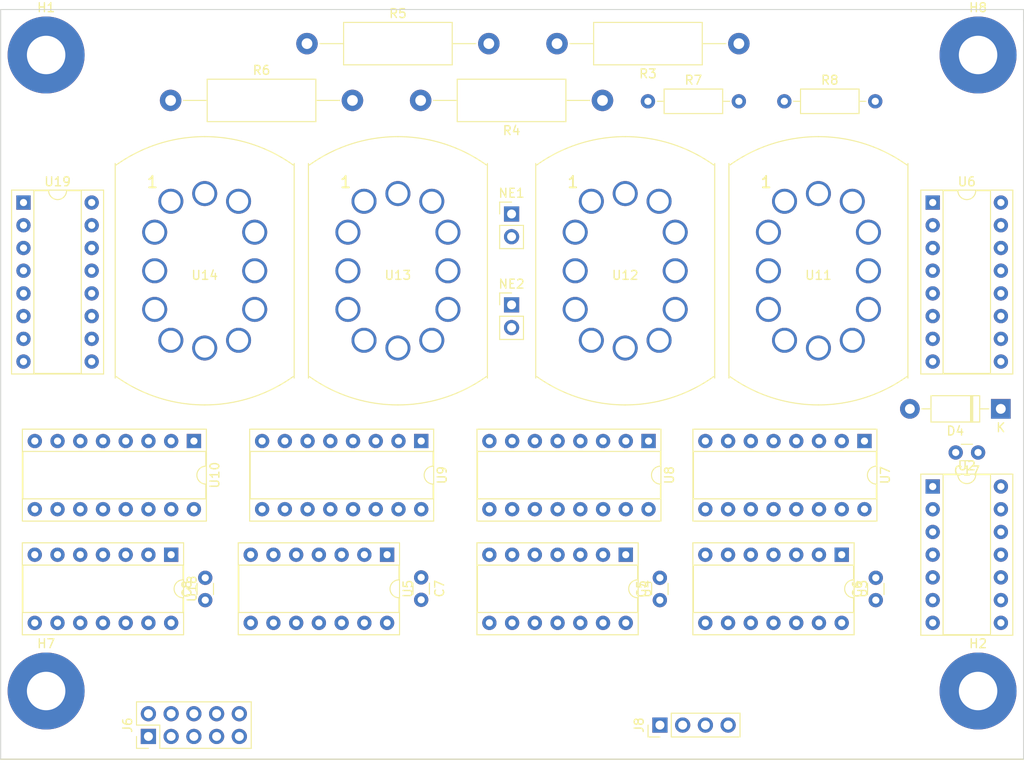
<source format=kicad_pcb>
(kicad_pcb (version 20211014) (generator pcbnew)
  (layers (0 "F.Cu" signal) (31 "B.Cu" signal) (34 "B.Paste" user) (35 "F.Paste" user) (36 "B.SilkS" user "B.Silkscreen") (37 "F.SilkS" user "F.Silkscreen") (38 "B.Mask" user) (39 "F.Mask" user) (44 "Edge.Cuts" user))
  (net 0 "")
  (net 1 "/180V")
  (net 2 "GND")
  (net 3 "VCC")
  (net 4 "Net-(D4-Pad1)")
  (net 5 "/display/NE1")
  (net 6 "Net-(NE1-Pad2)")
  (net 7 "Net-(NE2-Pad2)")
  (net 8 "Net-(R3-Pad1)")
  (net 9 "Net-(R4-Pad1)")
  (net 10 "Net-(R5-Pad1)")
  (net 11 "Net-(R6-Pad1)")
  (net 12 "/display/NE_CTL")
  (net 13 "/display/SR_nRST")
  (net 14 "/display/SR_CLK")
  (net 15 "/display/SR_DATA")
  (net 16 "Net-(U2-Pad3)")
  (net 17 "Net-(U2-Pad4)")
  (net 18 "Net-(U2-Pad5)")
  (net 19 "Net-(U2-Pad6)")
  (net 20 "Net-(U2-Pad10)")
  (net 21 "Net-(U2-Pad11)")
  (net 22 "Net-(U2-Pad12)")
  (net 23 "Net-(U2-Pad13)")
  (net 24 "Net-(U3-Pad3)")
  (net 25 "Net-(U3-Pad4)")
  (net 26 "Net-(U3-Pad5)")
  (net 27 "Net-(U3-Pad6)")
  (net 28 "Net-(U3-Pad10)")
  (net 29 "Net-(U3-Pad11)")
  (net 30 "Net-(U3-Pad12)")
  (net 31 "Net-(U3-Pad13)")
  (net 32 "Net-(U4-Pad3)")
  (net 33 "Net-(U4-Pad4)")
  (net 34 "Net-(U4-Pad5)")
  (net 35 "Net-(U4-Pad6)")
  (net 36 "Net-(U4-Pad10)")
  (net 37 "Net-(U4-Pad11)")
  (net 38 "Net-(U4-Pad12)")
  (net 39 "Net-(U4-Pad13)")
  (net 40 "Net-(U5-Pad3)")
  (net 41 "Net-(U5-Pad4)")
  (net 42 "Net-(U5-Pad5)")
  (net 43 "Net-(U5-Pad6)")
  (net 44 "Net-(U10-Pad1)")
  (net 45 "Net-(U10-Pad2)")
  (net 46 "Net-(U10-Pad3)")
  (net 47 "Net-(U10-Pad4)")
  (net 48 "Net-(U11-Pad6)")
  (net 49 "Net-(U11-Pad7)")
  (net 50 "Net-(U11-Pad8)")
  (net 51 "Net-(U11-Pad9)")
  (net 52 "Net-(U11-Pad10)")
  (net 53 "Net-(U11-Pad11)")
  (net 54 "Net-(U11-Pad2)")
  (net 55 "Net-(U12-Pad9)")
  (net 56 "Net-(U12-Pad10)")
  (net 57 "Net-(U12-Pad11)")
  (net 58 "Net-(U12-Pad2)")
  (net 59 "Net-(U11-Pad3)")
  (net 60 "Net-(U11-Pad4)")
  (net 61 "Net-(U11-Pad5)")
  (net 62 "Net-(U13-Pad2)")
  (net 63 "Net-(U12-Pad3)")
  (net 64 "Net-(U12-Pad4)")
  (net 65 "Net-(U12-Pad5)")
  (net 66 "Net-(U12-Pad6)")
  (net 67 "Net-(U12-Pad7)")
  (net 68 "Net-(U12-Pad8)")
  (net 69 "Net-(U13-Pad5)")
  (net 70 "Net-(U13-Pad6)")
  (net 71 "Net-(U13-Pad7)")
  (net 72 "Net-(U13-Pad8)")
  (net 73 "Net-(U13-Pad9)")
  (net 74 "Net-(U13-Pad10)")
  (net 75 "Net-(U13-Pad11)")
  (net 76 "Net-(U10-Pad5)")
  (net 77 "Net-(U10-Pad6)")
  (net 78 "Net-(U10-Pad7)")
  (net 79 "Net-(U10-Pad10)")
  (net 80 "Net-(U10-Pad11)")
  (net 81 "Net-(U10-Pad12)")
  (net 82 "Net-(U10-Pad13)")
  (net 83 "Net-(U10-Pad14)")
  (net 84 "Net-(U10-Pad15)")
  (net 85 "Net-(U10-Pad16)")
  (net 89 "Net-(U14-Pad3)")
  (net 90 "Net-(U14-Pad4)")
  (net 91 "Net-(U14-Pad5)")
  (net 92 "Net-(U14-Pad6)")
  (net 93 "Net-(U14-Pad7)")
  (net 95 "Net-(U18-Pad6)")
  (net 96 "Net-(U18-Pad10)")
  (net 97 "Net-(U18-Pad11)")
  (net 98 "Net-(U18-Pad12)")
  (net 99 "Net-(U18-Pad13)")
  (footprint "Capacitor_THT:C_Disc_D3.0mm_W1.6mm_P2.50mm" (layer "F.Cu") (at 132.08 85.09 90)
    (fp_text reference "C6" (at 1.25 -2.05 90) (layer "F.SilkS"))
    (fp_text value "0.1uF")
    (pad "1" thru_hole circle (at 0 0 90) (size 1.6 1.6) (drill 0.8) (layers *.Cu *.Mask) (net 3 "VCC"))
    (pad "2" thru_hole circle (at 2.5 0 90) (size 1.6 1.6) (drill 0.8) (layers *.Cu *.Mask) (net 2 "GND"))
  )
  (footprint "Package_DIP:DIP-14_W7.62mm_Socket" (layer "F.Cu") (at 104.14 80.01 -90)
    (fp_text reference "U4" (at 3.81 -2.33 90) (layer "F.SilkS"))
    (fp_text value "74HC164")
    (pad "1" thru_hole rect (at 0 0 270) (size 1.6 1.6) (drill 0.8) (layers *.Cu *.Mask) (net 3 "VCC"))
    (pad "2" thru_hole oval (at 0 2.54 270) (size 1.6 1.6) (drill 0.8) (layers *.Cu *.Mask) (net 31 "Net-(U3-Pad13)"))
    (pad "3" thru_hole oval (at 0 5.08 270) (size 1.6 1.6) (drill 0.8) (layers *.Cu *.Mask) (net 32 "Net-(U4-Pad3)"))
    (pad "4" thru_hole oval (at 0 7.62 270) (size 1.6 1.6) (drill 0.8) (layers *.Cu *.Mask) (net 33 "Net-(U4-Pad4)"))
    (pad "5" thru_hole oval (at 0 10.16 270) (size 1.6 1.6) (drill 0.8) (layers *.Cu *.Mask) (net 34 "Net-(U4-Pad5)"))
    (pad "6" thru_hole oval (at 0 12.7 270) (size 1.6 1.6) (drill 0.8) (layers *.Cu *.Mask) (net 35 "Net-(U4-Pad6)"))
    (pad "7" thru_hole oval (at 0 15.24 270) (size 1.6 1.6) (drill 0.8) (layers *.Cu *.Mask) (net 2 "GND"))
    (pad "8" thru_hole oval (at 7.62 15.24 270) (size 1.6 1.6) (drill 0.8) (layers *.Cu *.Mask) (net 14 "/display/SR_CLK"))
    (pad "9" thru_hole oval (at 7.62 12.7 270) (size 1.6 1.6) (drill 0.8) (layers *.Cu *.Mask) (net 13 "/display/SR_nRST"))
    (pad "10" thru_hole oval (at 7.62 10.16 270) (size 1.6 1.6) (drill 0.8) (layers *.Cu *.Mask) (net 36 "Net-(U4-Pad10)"))
    (pad "11" thru_hole oval (at 7.62 7.62 270) (size 1.6 1.6) (drill 0.8) (layers *.Cu *.Mask) (net 37 "Net-(U4-Pad11)"))
    (pad "12" thru_hole oval (at 7.62 5.08 270) (size 1.6 1.6) (drill 0.8) (layers *.Cu *.Mask) (net 38 "Net-(U4-Pad12)"))
    (pad "13" thru_hole oval (at 7.62 2.54 270) (size 1.6 1.6) (drill 0.8) (layers *.Cu *.Mask) (net 39 "Net-(U4-Pad13)"))
    (pad "14" thru_hole oval (at 7.62 0 270) (size 1.6 1.6) (drill 0.8) (layers *.Cu *.Mask) (net 3 "VCC"))
  )
  (footprint "nixie-8422:Nixie-8422-14pin" (layer "F.Cu") (at 57.09 48.26)
    (fp_text reference "U14" (at 0 0.5) (layer "F.SilkS"))
    (fp_text value "IN-12A/B")
    (fp_text user "1" (at -5.842 -9.906) (layer "F.SilkS") (effects (font (size 1.27 1.27) (thickness 0.2032))))
    (pad "1" thru_hole circle (at -3.7846 -7.7724) (size 2.794 2.794) (drill 2.159) (layers *.Cu *.Mask) (net 11 "Net-(R6-Pad1)"))
    (pad "2" thru_hole circle (at -5.588 -4.318) (size 2.794 2.794) (drill 2.159) (layers *.Cu *.Mask) (net 83 "Net-(U10-Pad14)"))
    (pad "3" thru_hole circle (at -5.588 0) (size 2.794 2.794) (drill 2.159) (layers *.Cu *.Mask) (net 89 "Net-(U14-Pad3)"))
    (pad "4" thru_hole circle (at -5.588 4.318) (size 2.794 2.794) (drill 2.159) (layers *.Cu *.Mask) (net 90 "Net-(U14-Pad4)"))
    (pad "5" thru_hole circle (at -3.7846 7.7724) (size 2.794 2.794) (drill 2.159) (layers *.Cu *.Mask) (net 91 "Net-(U14-Pad5)"))
    (pad "6" thru_hole circle (at 0 8.636) (size 2.794 2.794) (drill 2.159) (layers *.Cu *.Mask) (net 92 "Net-(U14-Pad6)"))
    (pad "7" thru_hole circle (at 3.7846 7.7724) (size 2.794 2.794) (drill 2.159) (layers *.Cu *.Mask) (net 93 "Net-(U14-Pad7)"))
    (pad "8" thru_hole circle (at 5.588 4.318) (size 2.794 2.794) (drill 2.159) (layers *.Cu *.Mask) (net 79 "Net-(U10-Pad10)"))
    (pad "9" thru_hole circle (at 5.588 0) (size 2.794 2.794) (drill 2.159) (layers *.Cu *.Mask) (net 80 "Net-(U10-Pad11)"))
    (pad "10" thru_hole circle (at 5.588 -4.318) (size 2.794 2.794) (drill 2.159) (layers *.Cu *.Mask) (net 81 "Net-(U10-Pad12)"))
    (pad "11" thru_hole circle (at 3.7846 -7.7724) (size 2.794 2.794) (drill 2.159) (layers *.Cu *.Mask) (net 82 "Net-(U10-Pad13)"))
    (pad "12" thru_hole circle (at 0 -8.636) (size 2.794 2.794) (drill 2.159) (layers *.Cu *.Mask))
  )
  (footprint "Package_DIP:DIP-16_W7.62mm_Socket" (layer "F.Cu") (at 130.815 67.3 -90)
    (fp_text reference "U7" (at 3.81 -2.33 90) (layer "F.SilkS"))
    (fp_text value "SN75468")
    (pad "1" thru_hole rect (at 0 0 270) (size 1.6 1.6) (drill 0.8) (layers *.Cu *.Mask) (net 23 "Net-(U2-Pad13)"))
    (pad "2" thru_hole oval (at 0 2.54 270) (size 1.6 1.6) (drill 0.8) (layers *.Cu *.Mask) (net 24 "Net-(U3-Pad3)"))
    (pad "3" thru_hole oval (at 0 5.08 270) (size 1.6 1.6) (drill 0.8) (layers *.Cu *.Mask) (net 25 "Net-(U3-Pad4)"))
    (pad "4" thru_hole oval (at 0 7.62 270) (size 1.6 1.6) (drill 0.8) (layers *.Cu *.Mask) (net 26 "Net-(U3-Pad5)"))
    (pad "5" thru_hole oval (at 0 10.16 270) (size 1.6 1.6) (drill 0.8) (layers *.Cu *.Mask) (net 27 "Net-(U3-Pad6)"))
    (pad "6" thru_hole oval (at 0 12.7 270) (size 1.6 1.6) (drill 0.8) (layers *.Cu *.Mask) (net 28 "Net-(U3-Pad10)"))
    (pad "7" thru_hole oval (at 0 15.24 270) (size 1.6 1.6) (drill 0.8) (layers *.Cu *.Mask) (net 29 "Net-(U3-Pad11)"))
    (pad "8" thru_hole oval (at 0 17.78 270) (size 1.6 1.6) (drill 0.8) (layers *.Cu *.Mask) (net 2 "GND"))
    (pad "9" thru_hole oval (at 7.62 17.78 270) (size 1.6 1.6) (drill 0.8) (layers *.Cu *.Mask) (net 4 "Net-(D4-Pad1)"))
    (pad "10" thru_hole oval (at 7.62 15.24 270) (size 1.6 1.6) (drill 0.8) (layers *.Cu *.Mask) (net 55 "Net-(U12-Pad9)"))
    (pad "11" thru_hole oval (at 7.62 12.7 270) (size 1.6 1.6) (drill 0.8) (layers *.Cu *.Mask) (net 56 "Net-(U12-Pad10)"))
    (pad "12" thru_hole oval (at 7.62 10.16 270) (size 1.6 1.6) (drill 0.8) (layers *.Cu *.Mask) (net 57 "Net-(U12-Pad11)"))
    (pad "13" thru_hole oval (at 7.62 7.62 270) (size 1.6 1.6) (drill 0.8) (layers *.Cu *.Mask) (net 58 "Net-(U12-Pad2)"))
    (pad "14" thru_hole oval (at 7.62 5.08 270) (size 1.6 1.6) (drill 0.8) (layers *.Cu *.Mask) (net 59 "Net-(U11-Pad3)"))
    (pad "15" thru_hole oval (at 7.62 2.54 270) (size 1.6 1.6) (drill 0.8) (layers *.Cu *.Mask) (net 60 "Net-(U11-Pad4)"))
    (pad "16" thru_hole oval (at 7.62 0 270) (size 1.6 1.6) (drill 0.8) (layers *.Cu *.Mask) (net 61 "Net-(U11-Pad5)"))
  )
  (footprint "Connector_PinHeader_2.54mm:PinHeader_2x05_P2.54mm_Vertical" (layer "F.Cu") (at 50.8 100.33 90)
    (fp_text reference "J6" (at 1.27 -2.33 90) (layer "F.SilkS"))
    (fp_text value "Conn_01x10")
    (pad "1" thru_hole rect (at 0 0 90) (size 1.7 1.7) (drill 1) (layers *.Cu *.Mask) (net 13 "/display/SR_nRST"))
    (pad "2" thru_hole oval (at 2.54 0 90) (size 1.7 1.7) (drill 1) (layers *.Cu *.Mask) (net 14 "/display/SR_CLK"))
    (pad "3" thru_hole oval (at 0 2.54 90) (size 1.7 1.7) (drill 1) (layers *.Cu *.Mask) (net 15 "/display/SR_DATA"))
    (pad "4" thru_hole oval (at 2.54 2.54 90) (size 1.7 1.7) (drill 1) (layers *.Cu *.Mask) (net 12 "/display/NE_CTL"))
    (pad "5" thru_hole oval (at 0 5.08 90) (size 1.7 1.7) (drill 1) (layers *.Cu *.Mask))
    (pad "6" thru_hole oval (at 2.54 5.08 90) (size 1.7 1.7) (drill 1) (layers *.Cu *.Mask))
    (pad "7" thru_hole oval (at 0 7.62 90) (size 1.7 1.7) (drill 1) (layers *.Cu *.Mask) (net 3 "VCC"))
    (pad "8" thru_hole oval (at 2.54 7.62 90) (size 1.7 1.7) (drill 1) (layers *.Cu *.Mask) (net 3 "VCC"))
    (pad "9" thru_hole oval (at 0 10.16 90) (size 1.7 1.7) (drill 1) (layers *.Cu *.Mask) (net 2 "GND"))
    (pad "10" thru_hole oval (at 2.54 10.16 90) (size 1.7 1.7) (drill 1) (layers *.Cu *.Mask) (net 2 "GND"))
  )
  (footprint "Package_DIP:DIP-16_W7.62mm_Socket" (layer "F.Cu") (at 106.685 67.3 -90)
    (fp_text reference "U8" (at 3.81 -2.33 90) (layer "F.SilkS"))
    (fp_text value "SN75468")
    (pad "1" thru_hole rect (at 0 0 270) (size 1.6 1.6) (drill 0.8) (layers *.Cu *.Mask) (net 30 "Net-(U3-Pad12)"))
    (pad "2" thru_hole oval (at 0 2.54 270) (size 1.6 1.6) (drill 0.8) (layers *.Cu *.Mask) (net 31 "Net-(U3-Pad13)"))
    (pad "3" thru_hole oval (at 0 5.08 270) (size 1.6 1.6) (drill 0.8) (layers *.Cu *.Mask) (net 32 "Net-(U4-Pad3)"))
    (pad "4" thru_hole oval (at 0 7.62 270) (size 1.6 1.6) (drill 0.8) (layers *.Cu *.Mask) (net 33 "Net-(U4-Pad4)"))
    (pad "5" thru_hole oval (at 0 10.16 270) (size 1.6 1.6) (drill 0.8) (layers *.Cu *.Mask) (net 34 "Net-(U4-Pad5)"))
    (pad "6" thru_hole oval (at 0 12.7 270) (size 1.6 1.6) (drill 0.8) (layers *.Cu *.Mask) (net 35 "Net-(U4-Pad6)"))
    (pad "7" thru_hole oval (at 0 15.24 270) (size 1.6 1.6) (drill 0.8) (layers *.Cu *.Mask) (net 36 "Net-(U4-Pad10)"))
    (pad "8" thru_hole oval (at 0 17.78 270) (size 1.6 1.6) (drill 0.8) (layers *.Cu *.Mask) (net 2 "GND"))
    (pad "9" thru_hole oval (at 7.62 17.78 270) (size 1.6 1.6) (drill 0.8) (layers *.Cu *.Mask) (net 4 "Net-(D4-Pad1)"))
    (pad "10" thru_hole oval (at 7.62 15.24 270) (size 1.6 1.6) (drill 0.8) (layers *.Cu *.Mask) (net 62 "Net-(U13-Pad2)"))
    (pad "11" thru_hole oval (at 7.62 12.7 270) (size 1.6 1.6) (drill 0.8) (layers *.Cu *.Mask) (net 63 "Net-(U12-Pad3)"))
    (pad "12" thru_hole oval (at 7.62 10.16 270) (size 1.6 1.6) (drill 0.8) (layers *.Cu *.Mask) (net 64 "Net-(U12-Pad4)"))
    (pad "13" thru_hole oval (at 7.62 7.62 270) (size 1.6 1.6) (drill 0.8) (layers *.Cu *.Mask) (net 65 "Net-(U12-Pad5)"))
    (pad "14" thru_hole oval (at 7.62 5.08 270) (size 1.6 1.6) (drill 0.8) (layers *.Cu *.Mask) (net 66 "Net-(U12-Pad6)"))
    (pad "15" thru_hole oval (at 7.62 2.54 270) (size 1.6 1.6) (drill 0.8) (layers *.Cu *.Mask) (net 67 "Net-(U12-Pad7)"))
    (pad "16" thru_hole oval (at 7.62 0 270) (size 1.6 1.6) (drill 0.8) (layers *.Cu *.Mask) (net 68 "Net-(U12-Pad8)"))
  )
  (footprint "Capacitor_THT:C_Disc_D3.0mm_W1.6mm_P2.50mm" (layer "F.Cu") (at 81.28 82.55 -90)
    (fp_text reference "C7" (at 1.25 -2.05 90) (layer "F.SilkS"))
    (fp_text value "0.1uF")
    (pad "1" thru_hole circle (at 0 0 270) (size 1.6 1.6) (drill 0.8) (layers *.Cu *.Mask) (net 3 "VCC"))
    (pad "2" thru_hole circle (at 2.5 0 270) (size 1.6 1.6) (drill 0.8) (layers *.Cu *.Mask) (net 2 "GND"))
  )
  (footprint "Package_DIP:DIP-16_W7.62mm_Socket" (layer "F.Cu") (at 36.84 40.63)
    (fp_text reference "U19" (at 3.81 -2.33) (layer "F.SilkS"))
    (fp_text value "SN75468")
    (pad "1" thru_hole rect (at 0 0) (size 1.6 1.6) (drill 0.8) (layers *.Cu *.Mask) (net 95 "Net-(U18-Pad6)"))
    (pad "2" thru_hole oval (at 0 2.54) (size 1.6 1.6) (drill 0.8) (layers *.Cu *.Mask) (net 96 "Net-(U18-Pad10)"))
    (pad "3" thru_hole oval (at 0 5.08) (size 1.6 1.6) (drill 0.8) (layers *.Cu *.Mask) (net 97 "Net-(U18-Pad11)"))
    (pad "4" thru_hole oval (at 0 7.62) (size 1.6 1.6) (drill 0.8) (layers *.Cu *.Mask) (net 98 "Net-(U18-Pad12)"))
    (pad "5" thru_hole oval (at 0 10.16) (size 1.6 1.6) (drill 0.8) (layers *.Cu *.Mask) (net 99 "Net-(U18-Pad13)"))
    (pad "6" thru_hole oval (at 0 12.7) (size 1.6 1.6) (drill 0.8) (layers *.Cu *.Mask) (net 12 "/display/NE_CTL"))
    (pad "7" thru_hole oval (at 0 15.24) (size 1.6 1.6) (drill 0.8) (layers *.Cu *.Mask))
    (pad "8" thru_hole oval (at 0 17.78) (size 1.6 1.6) (drill 0.8) (layers *.Cu *.Mask) (net 2 "GND"))
    (pad "9" thru_hole oval (at 7.62 17.78) (size 1.6 1.6) (drill 0.8) (layers *.Cu *.Mask) (net 4 "Net-(D4-Pad1)"))
    (pad "10" thru_hole oval (at 7.62 15.24) (size 1.6 1.6) (drill 0.8) (layers *.Cu *.Mask))
    (pad "11" thru_hole oval (at 7.62 12.7) (size 1.6 1.6) (drill 0.8) (layers *.Cu *.Mask) (net 5 "/display/NE1"))
    (pad "12" thru_hole oval (at 7.62 10.16) (size 1.6 1.6) (drill 0.8) (layers *.Cu *.Mask) (net 89 "Net-(U14-Pad3)"))
    (pad "13" thru_hole oval (at 7.62 7.62) (size 1.6 1.6) (drill 0.8) (layers *.Cu *.Mask) (net 90 "Net-(U14-Pad4)"))
    (pad "14" thru_hole oval (at 7.62 5.08) (size 1.6 1.6) (drill 0.8) (layers *.Cu *.Mask) (net 91 "Net-(U14-Pad5)"))
    (pad "15" thru_hole oval (at 7.62 2.54) (size 1.6 1.6) (drill 0.8) (layers *.Cu *.Mask) (net 92 "Net-(U14-Pad6)"))
    (pad "16" thru_hole oval (at 7.62 0) (size 1.6 1.6) (drill 0.8) (layers *.Cu *.Mask) (net 93 "Net-(U14-Pad7)"))
  )
  (footprint "Package_DIP:DIP-14_W7.62mm_Socket" (layer "F.Cu") (at 138.44 72.385)
    (fp_text reference "U2" (at 3.81 -2.33) (layer "F.SilkS"))
    (fp_text value "74HC164")
    (pad "1" thru_hole rect (at 0 0) (size 1.6 1.6) (drill 0.8) (layers *.Cu *.Mask) (net 3 "VCC"))
    (pad "2" thru_hole oval (at 0 2.54) (size 1.6 1.6) (drill 0.8) (layers *.Cu *.Mask) (net 15 "/display/SR_DATA"))
    (pad "3" thru_hole oval (at 0 5.08) (size 1.6 1.6) (drill 0.8) (layers *.Cu *.Mask) (net 16 "Net-(U2-Pad3)"))
    (pad "4" thru_hole oval (at 0 7.62) (size 1.6 1.6) (drill 0.8) (layers *.Cu *.Mask) (net 17 "Net-(U2-Pad4)"))
    (pad "5" thru_hole oval (at 0 10.16) (size 1.6 1.6) (drill 0.8) (layers *.Cu *.Mask) (net 18 "Net-(U2-Pad5)"))
    (pad "6" thru_hole oval (at 0 12.7) (size 1.6 1.6) (drill 0.8) (layers *.Cu *.Mask) (net 19 "Net-(U2-Pad6)"))
    (pad "7" thru_hole oval (at 0 15.24) (size 1.6 1.6) (drill 0.8) (layers *.Cu *.Mask) (net 2 "GND"))
    (pad "8" thru_hole oval (at 7.62 15.24) (size 1.6 1.6) (drill 0.8) (layers *.Cu *.Mask) (net 14 "/display/SR_CLK"))
    (pad "9" thru_hole oval (at 7.62 12.7) (size 1.6 1.6) (drill 0.8) (layers *.Cu *.Mask) (net 13 "/display/SR_nRST"))
    (pad "10" thru_hole oval (at 7.62 10.16) (size 1.6 1.6) (drill 0.8) (layers *.Cu *.Mask) (net 20 "Net-(U2-Pad10)"))
    (pad "11" thru_hole oval (at 7.62 7.62) (size 1.6 1.6) (drill 0.8) (layers *.Cu *.Mask) (net 21 "Net-(U2-Pad11)"))
    (pad "12" thru_hole oval (at 7.62 5.08) (size 1.6 1.6) (drill 0.8) (layers *.Cu *.Mask) (net 22 "Net-(U2-Pad12)"))
    (pad "13" thru_hole oval (at 7.62 2.54) (size 1.6 1.6) (drill 0.8) (layers *.Cu *.Mask) (net 23 "Net-(U2-Pad13)"))
    (pad "14" thru_hole oval (at 7.62 0) (size 1.6 1.6) (drill 0.8) (layers *.Cu *.Mask) (net 3 "VCC"))
  )
  (footprint "Capacitor_THT:C_Disc_D3.0mm_W1.6mm_P2.50mm" (layer "F.Cu") (at 143.51 68.58 180)
    (fp_text reference "C17" (at 1.25 -2.05) (layer "F.SilkS"))
    (fp_text value "0.1uF")
    (pad "1" thru_hole circle (at 0 0 180) (size 1.6 1.6) (drill 0.8) (layers *.Cu *.Mask) (net 3 "VCC"))
    (pad "2" thru_hole circle (at 2.5 0 180) (size 1.6 1.6) (drill 0.8) (layers *.Cu *.Mask) (net 2 "GND"))
  )
  (footprint "Package_DIP:DIP-16_W7.62mm_Socket" (layer "F.Cu") (at 55.885 67.3 -90)
    (fp_text reference "U10" (at 3.81 -2.33 90) (layer "F.SilkS"))
    (fp_text value "SN75468")
    (pad "1" thru_hole rect (at 0 0 270) (size 1.6 1.6) (drill 0.8) (layers *.Cu *.Mask) (net 44 "Net-(U10-Pad1)"))
    (pad "2" thru_hole oval (at 0 2.54 270) (size 1.6 1.6) (drill 0.8) (layers *.Cu *.Mask) (net 45 "Net-(U10-Pad2)"))
    (pad "3" thru_hole oval (at 0 5.08 270) (size 1.6 1.6) (drill 0.8) (layers *.Cu *.Mask) (net 46 "Net-(U10-Pad3)"))
    (pad "4" thru_hole oval (at 0 7.62 270) (size 1.6 1.6) (drill 0.8) (layers *.Cu *.Mask) (net 47 "Net-(U10-Pad4)"))
    (pad "5" thru_hole oval (at 0 10.16 270) (size 1.6 1.6) (drill 0.8) (layers *.Cu *.Mask) (net 76 "Net-(U10-Pad5)"))
    (pad "6" thru_hole oval (at 0 12.7 270) (size 1.6 1.6) (drill 0.8) (layers *.Cu *.Mask) (net 77 "Net-(U10-Pad6)"))
    (pad "7" thru_hole oval (at 0 15.24 270) (size 1.6 1.6) (drill 0.8) (layers *.Cu *.Mask) (net 78 "Net-(U10-Pad7)"))
    (pad "8" thru_hole oval (at 0 17.78 270) (size 1.6 1.6) (drill 0.8) (layers *.Cu *.Mask) (net 2 "GND"))
    (pad "9" thru_hole oval (at 7.62 17.78 270) (size 1.6 1.6) (drill 0.8) (layers *.Cu *.Mask) (net 4 "Net-(D4-Pad1)"))
    (pad "10" thru_hole oval (at 7.62 15.24 270) (size 1.6 1.6) (drill 0.8) (layers *.Cu *.Mask) (net 79 "Net-(U10-Pad10)"))
    (pad "11" thru_hole oval (at 7.62 12.7 270) (size 1.6 1.6) (drill 0.8) (layers *.Cu *.Mask) (net 80 "Net-(U10-Pad11)"))
    (pad "12" thru_hole oval (at 7.62 10.16 270) (size 1.6 1.6) (drill 0.8) (layers *.Cu *.Mask) (net 81 "Net-(U10-Pad12)"))
    (pad "13" thru_hole oval (at 7.62 7.62 270) (size 1.6 1.6) (drill 0.8) (layers *.Cu *.Mask) (net 82 "Net-(U10-Pad13)"))
    (pad "14" thru_hole oval (at 7.62 5.08 270) (size 1.6 1.6) (drill 0.8) (layers *.Cu *.Mask) (net 83 "Net-(U10-Pad14)"))
    (pad "15" thru_hole oval (at 7.62 2.54 270) (size 1.6 1.6) (drill 0.8) (layers *.Cu *.Mask) (net 84 "Net-(U10-Pad15)"))
    (pad "16" thru_hole oval (at 7.62 0 270) (size 1.6 1.6) (drill 0.8) (layers *.Cu *.Mask) (net 85 "Net-(U10-Pad16)"))
  )
  (footprint "Package_DIP:DIP-14_W7.62mm_Socket" (layer "F.Cu") (at 53.34 80.01 -90)
    (fp_text reference "U18" (at 3.81 -2.33 90) (layer "F.SilkS"))
    (fp_text value "74HC164")
    (pad "1" thru_hole rect (at 0 0 270) (size 1.6 1.6) (drill 0.8) (layers *.Cu *.Mask) (net 3 "VCC"))
    (pad "2" thru_hole oval (at 0 2.54 270) (size 1.6 1.6) (drill 0.8) (layers *.Cu *.Mask) (net 47 "Net-(U10-Pad4)"))
    (pad "3" thru_hole oval (at 0 5.08 270) (size 1.6 1.6) (drill 0.8) (layers *.Cu *.Mask) (net 76 "Net-(U10-Pad5)"))
    (pad "4" thru_hole oval (at 0 7.62 270) (size 1.6 1.6) (drill 0.8) (layers *.Cu *.Mask) (net 77 "Net-(U10-Pad6)"))
    (pad "5" thru_hole oval (at 0 10.16 270) (size 1.6 1.6) (drill 0.8) (layers *.Cu *.Mask) (net 78 "Net-(U10-Pad7)"))
    (pad "6" thru_hole oval (at 0 12.7 270) (size 1.6 1.6) (drill 0.8) (layers *.Cu *.Mask) (net 95 "Net-(U18-Pad6)"))
    (pad "7" thru_hole oval (at 0 15.24 270) (size 1.6 1.6) (drill 0.8) (layers *.Cu *.Mask) (net 2 "GND"))
    (pad "8" thru_hole oval (at 7.62 15.24 270) (size 1.6 1.6) (drill 0.8) (layers *.Cu *.Mask) (net 14 "/display/SR_CLK"))
    (pad "9" thru_hole oval (at 7.62 12.7 270) (size 1.6 1.6) (drill 0.8) (layers *.Cu *.Mask) (net 13 "/display/SR_nRST"))
    (pad "10" thru_hole oval (at 7.62 10.16 270) (size 1.6 1.6) (drill 0.8) (layers *.Cu *.Mask) (net 96 "Net-(U18-Pad10)"))
    (pad "11" thru_hole oval (at 7.62 7.62 270) (size 1.6 1.6) (drill 0.8) (layers *.Cu *.Mask) (net 97 "Net-(U18-Pad11)"))
    (pad "12" thru_hole oval (at 7.62 5.08 270) (size 1.6 1.6) (drill 0.8) (layers *.Cu *.Mask) (net 98 "Net-(U18-Pad12)"))
    (pad "13" thru_hole oval (at 7.62 2.54 270) (size 1.6 1.6) (drill 0.8) (layers *.Cu *.Mask) (net 99 "Net-(U18-Pad13)"))
    (pad "14" thru_hole oval (at 7.62 0 270) (size 1.6 1.6) (drill 0.8) (layers *.Cu *.Mask) (net 3 "VCC"))
  )
  (footprint "MountingHole:MountingHole_4.3mm_M4_Pad" (layer "F.Cu") (at 143.51 95.25)
    (fp_text reference "H2" (at 0 -5.3) (layer "F.SilkS"))
    (fp_text value "MountingHole")
    (pad "1" thru_hole circle (at 0 0) (size 8.6 8.6) (drill 4.3) (layers *.Cu *.Mask))
  )
  (footprint "Connector_PinHeader_2.54mm:PinHeader_1x02_P2.54mm_Vertical" (layer "F.Cu") (at 91.38 52.07)
    (fp_text reference "NE2" (at 0 -2.33) (layer "F.SilkS"))
    (fp_text value "Lamp_Neon")
    (pad "1" thru_hole rect (at 0 0) (size 1.7 1.7) (drill 1) (layers *.Cu *.Mask) (net 5 "/display/NE1"))
    (pad "2" thru_hole oval (at 0 2.54) (size 1.7 1.7) (drill 1) (layers *.Cu *.Mask) (net 7 "Net-(NE2-Pad2)"))
  )
  (footprint "Diode_THT:D_DO-41_SOD81_P10.16mm_Horizontal" (layer "F.Cu") (at 146.05 63.7 180)
    (fp_text reference "D4" (at 5.08 -2.47) (layer "F.SilkS"))
    (fp_text value "90V Zener")
    (fp_text user "K" (at 0 -2.1) (layer "F.SilkS"))
    (pad "1" thru_hole rect (at 0 0 180) (size 2.2 2.2) (drill 1.1) (layers *.Cu *.Mask) (net 4 "Net-(D4-Pad1)"))
    (pad "2" thru_hole oval (at 10.16 0 180) (size 2.2 2.2) (drill 1.1) (layers *.Cu *.Mask) (net 2 "GND"))
  )
  (footprint "Resistor_THT:R_Axial_DIN0207_L6.3mm_D2.5mm_P10.16mm_Horizontal" (layer "F.Cu") (at 121.86 29.31)
    (fp_text reference "R8" (at 5.08 -2.37) (layer "F.SilkS"))
    (fp_text value "180k")
    (pad "1" thru_hole circle (at 0 0) (size 1.6 1.6) (drill 0.8) (layers *.Cu *.Mask) (net 7 "Net-(NE2-Pad2)"))
    (pad "2" thru_hole oval (at 10.16 0) (size 1.6 1.6) (drill 0.8) (layers *.Cu *.Mask) (net 1 "/180V"))
  )
  (footprint "MountingHole:MountingHole_4.3mm_M4_Pad" (layer "F.Cu") (at 39.37 24.13)
    (fp_text reference "H1" (at 0 -5.3) (layer "F.SilkS"))
    (fp_text value "MountingHole")
    (pad "1" thru_hole circle (at 0 0) (size 8.6 8.6) (drill 4.3) (layers *.Cu *.Mask))
  )
  (footprint "Connector_PinHeader_2.54mm:PinHeader_1x04_P2.54mm_Vertical" (layer "F.Cu") (at 107.96 99.06 90)
    (fp_text reference "J8" (at 0 -2.33 90) (layer "F.SilkS"))
    (fp_text value "Conn_01x04")
    (pad "1" thru_hole rect (at 0 0 90) (size 1.7 1.7) (drill 1) (layers *.Cu *.Mask) (net 1 "/180V"))
    (pad "2" thru_hole oval (at 0 2.54 90) (size 1.7 1.7) (drill 1) (layers *.Cu *.Mask))
    (pad "3" thru_hole oval (at 0 5.08 90) (size 1.7 1.7) (drill 1) (layers *.Cu *.Mask))
    (pad "4" thru_hole oval (at 0 7.62 90) (size 1.7 1.7) (drill 1) (layers *.Cu *.Mask) (net 2 "GND"))
  )
  (footprint "nixie-8422:Nixie-8422-14pin" (layer "F.Cu") (at 104.08 48.26)
    (fp_text reference "U12" (at 0 0.5) (layer "F.SilkS"))
    (fp_text value "IN-12A/B")
    (fp_text user "1" (at -5.842 -9.906) (layer "F.SilkS") (effects (font (size 1.27 1.27) (thickness 0.2032))))
    (pad "1" thru_hole circle (at -3.7846 -7.7724) (size 2.794 2.794) (drill 2.159) (layers *.Cu *.Mask) (net 9 "Net-(R4-Pad1)"))
    (pad "2" thru_hole circle (at -5.588 -4.318) (size 2.794 2.794) (drill 2.159) (layers *.Cu *.Mask) (net 58 "Net-(U12-Pad2)"))
    (pad "3" thru_hole circle (at -5.588 0) (size 2.794 2.794) (drill 2.159) (layers *.Cu *.Mask) (net 63 "Net-(U12-Pad3)"))
    (pad "4" thru_hole circle (at -5.588 4.318) (size 2.794 2.794) (drill 2.159) (layers *.Cu *.Mask) (net 64 "Net-(U12-Pad4)"))
    (pad "5" thru_hole circle (at -3.7846 7.7724) (size 2.794 2.794) (drill 2.159) (layers *.Cu *.Mask) (net 65 "Net-(U12-Pad5)"))
    (pad "6" thru_hole circle (at 0 8.636) (size 2.794 2.794) (drill 2.159) (layers *.Cu *.Mask) (net 66 "Net-(U12-Pad6)"))
    (pad "7" thru_hole circle (at 3.7846 7.7724) (size 2.794 2.794) (drill 2.159) (layers *.Cu *.Mask) (net 67 "Net-(U12-Pad7)"))
    (pad "8" thru_hole circle (at 5.588 4.318) (size 2.794 2.794) (drill 2.159) (layers *.Cu *.Mask) (net 68 "Net-(U12-Pad8)"))
    (pad "9" thru_hole circle (at 5.588 0) (size 2.794 2.794) (drill 2.159) (layers *.Cu *.Mask) (net 55 "Net-(U12-Pad9)"))
    (pad "10" thru_hole circle (at 5.588 -4.318) (size 2.794 2.794) (drill 2.159) (layers *.Cu *.Mask) (net 56 "Net-(U12-Pad10)"))
    (pad "11" thru_hole circle (at 3.7846 -7.7724) (size 2.794 2.794) (drill 2.159) (layers *.Cu *.Mask) (net 57 "Net-(U12-Pad11)"))
    (pad "12" thru_hole circle (at 0 -8.636) (size 2.794 2.794) (drill 2.159) (layers *.Cu *.Mask))
  )
  (footprint "Resistor_THT:R_Axial_DIN0414_L11.9mm_D4.5mm_P20.32mm_Horizontal" (layer "F.Cu") (at 116.78 22.86 180)
    (fp_text reference "R3" (at 10.16 -3.37) (layer "F.SilkS"))
    (fp_text value "10k 1W")
    (pad "1" thru_hole circle (at 0 0 180) (size 2.4 2.4) (drill 1.2) (layers *.Cu *.Mask) (net 8 "Net-(R3-Pad1)"))
    (pad "2" thru_hole oval (at 20.32 0 180) (size 2.4 2.4) (drill 1.2) (layers *.Cu *.Mask) (net 1 "/180V"))
  )
  (footprint "Package_DIP:DIP-14_W7.62mm_Socket" (layer "F.Cu") (at 128.27 80.01 -90)
    (fp_text reference "U3" (at 3.81 -2.33 90) (layer "F.SilkS"))
    (fp_text value "74HC164")
    (pad "1" thru_hole rect (at 0 0 270) (size 1.6 1.6) (drill 0.8) (layers *.Cu *.Mask) (net 3 "VCC"))
    (pad "2" thru_hole oval (at 0 2.54 270) (size 1.6 1.6) (drill 0.8) (layers *.Cu *.Mask) (net 23 "Net-(U2-Pad13)"))
    (pad "3" thru_hole oval (at 0 5.08 270) (size 1.6 1.6) (drill 0.8) (layers *.Cu *.Mask) (net 24 "Net-(U3-Pad3)"))
    (pad "4" thru_hole oval (at 0 7.62 270) (size 1.6 1.6) (drill 0.8) (layers *.Cu *.Mask) (net 25 "Net-(U3-Pad4)"))
    (pad "5" thru_hole oval (at 0 10.16 270) (size 1.6 1.6) (drill 0.8) (layers *.Cu *.Mask) (net 26 "Net-(U3-Pad5)"))
    (pad "6" thru_hole oval (at 0 12.7 270) (size 1.6 1.6) (drill 0.8) (layers *.Cu *.Mask) (net 27 "Net-(U3-Pad6)"))
    (pad "7" thru_hole oval (at 0 15.24 270) (size 1.6 1.6) (drill 0.8) (layers *.Cu *.Mask) (net 2 "GND"))
    (pad "8" thru_hole oval (at 7.62 15.24 270) (size 1.6 1.6) (drill 0.8) (layers *.Cu *.Mask) (net 14 "/display/SR_CLK"))
    (pad "9" thru_hole oval (at 7.62 12.7 270) (size 1.6 1.6) (drill 0.8) (layers *.Cu *.Mask) (net 13 "/display/SR_nRST"))
    (pad "10" thru_hole oval (at 7.62 10.16 270) (size 1.6 1.6) (drill 0.8) (layers *.Cu *.Mask) (net 28 "Net-(U3-Pad10)"))
    (pad "11" thru_hole oval (at 7.62 7.62 270) (size 1.6 1.6) (drill 0.8) (layers *.Cu *.Mask) (net 29 "Net-(U3-Pad11)"))
    (pad "12" thru_hole oval (at 7.62 5.08 270) (size 1.6 1.6) (drill 0.8) (layers *.Cu *.Mask) (net 30 "Net-(U3-Pad12)"))
    (pad "13" thru_hole oval (at 7.62 2.54 270) (size 1.6 1.6) (drill 0.8) (layers *.Cu *.Mask) (net 31 "Net-(U3-Pad13)"))
    (pad "14" thru_hole oval (at 7.62 0 270) (size 1.6 1.6) (drill 0.8) (layers *.Cu *.Mask) (net 3 "VCC"))
  )
  (footprint "Package_DIP:DIP-16_W7.62mm_Socket" (layer "F.Cu") (at 138.44 40.63)
    (fp_text reference "U6" (at 3.81 -2.33) (layer "F.SilkS"))
    (fp_text value "SN75468")
    (pad "1" thru_hole rect (at 0 0) (size 1.6 1.6) (drill 0.8) (layers *.Cu *.Mask) (net 16 "Net-(U2-Pad3)"))
    (pad "2" thru_hole oval (at 0 2.54) (size 1.6 1.6) (drill 0.8) (layers *.Cu *.Mask) (net 17 "Net-(U2-Pad4)"))
    (pad "3" thru_hole oval (at 0 5.08) (size 1.6 1.6) (drill 0.8) (layers *.Cu *.Mask) (net 18 "Net-(U2-Pad5)"))
    (pad "4" thru_hole oval (at 0 7.62) (size 1.6 1.6) (drill 0.8) (layers *.Cu *.Mask) (net 19 "Net-(U2-Pad6)"))
    (pad "5" thru_hole oval (at 0 10.16) (size 1.6 1.6) (drill 0.8) (layers *.Cu *.Mask) (net 20 "Net-(U2-Pad10)"))
    (pad "6" thru_hole oval (at 0 12.7) (size 1.6 1.6) (drill 0.8) (layers *.Cu *.Mask) (net 21 "Net-(U2-Pad11)"))
    (pad "7" thru_hole oval (at 0 15.24) (size 1.6 1.6) (drill 0.8) (layers *.Cu *.Mask) (net 22 "Net-(U2-Pad12)"))
    (pad "8" thru_hole oval (at 0 17.78) (size 1.6 1.6) (drill 0.8) (layers *.Cu *.Mask) (net 2 "GND"))
    (pad "9" thru_hole oval (at 7.62 17.78) (size 1.6 1.6) (drill 0.8) (layers *.Cu *.Mask) (net 4 "Net-(D4-Pad1)"))
    (pad "10" thru_hole oval (at 7.62 15.24) (size 1.6 1.6) (drill 0.8) (layers *.Cu *.Mask) (net 48 "Net-(U11-Pad6)"))
    (pad "11" thru_hole oval (at 7.62 12.7) (size 1.6 1.6) (drill 0.8) (layers *.Cu *.Mask) (net 49 "Net-(U11-Pad7)"))
    (pad "12" thru_hole oval (at 7.62 10.16) (size 1.6 1.6) (drill 0.8) (layers *.Cu *.Mask) (net 50 "Net-(U11-Pad8)"))
    (pad "13" thru_hole oval (at 7.62 7.62) (size 1.6 1.6) (drill 0.8) (layers *.Cu *.Mask) (net 51 "Net-(U11-Pad9)"))
    (pad "14" thru_hole oval (at 7.62 5.08) (size 1.6 1.6) (drill 0.8) (layers *.Cu *.Mask) (net 52 "Net-(U11-Pad10)"))
    (pad "15" thru_hole oval (at 7.62 2.54) (size 1.6 1.6) (drill 0.8) (layers *.Cu *.Mask) (net 53 "Net-(U11-Pad11)"))
    (pad "16" thru_hole oval (at 7.62 0) (size 1.6 1.6) (drill 0.8) (layers *.Cu *.Mask) (net 54 "Net-(U11-Pad2)"))
  )
  (footprint "Capacitor_THT:C_Disc_D3.0mm_W1.6mm_P2.50mm" (layer "F.Cu") (at 107.95 85.09 90)
    (fp_text reference "C5" (at 1.25 -2.05 90) (layer "F.SilkS"))
    (fp_text value "0.1uF")
    (pad "1" thru_hole circle (at 0 0 90) (size 1.6 1.6) (drill 0.8) (layers *.Cu *.Mask) (net 3 "VCC"))
    (pad "2" thru_hole circle (at 2.5 0 90) (size 1.6 1.6) (drill 0.8) (layers *.Cu *.Mask) (net 2 "GND"))
  )
  (footprint "nixie-8422:Nixie-8422-14pin" (layer "F.Cu") (at 125.67 48.26)
    (fp_text reference "U11" (at 0 0.5) (layer "F.SilkS"))
    (fp_text value "IN-12A/B")
    (fp_text user "1" (at -5.842 -9.906) (layer "F.SilkS") (effects (font (size 1.27 1.27) (thickness 0.2032))))
    (pad "1" thru_hole circle (at -3.7846 -7.7724) (size 2.794 2.794) (drill 2.159) (layers *.Cu *.Mask) (net 8 "Net-(R3-Pad1)"))
    (pad "2" thru_hole circle (at -5.588 -4.318) (size 2.794 2.794) (drill 2.159) (layers *.Cu *.Mask) (net 54 "Net-(U11-Pad2)"))
    (pad "3" thru_hole circle (at -5.588 0) (size 2.794 2.794) (drill 2.159) (layers *.Cu *.Mask) (net 59 "Net-(U11-Pad3)"))
    (pad "4" thru_hole circle (at -5.588 4.318) (size 2.794 2.794) (drill 2.159) (layers *.Cu *.Mask) (net 60 "Net-(U11-Pad4)"))
    (pad "5" thru_hole circle (at -3.7846 7.7724) (size 2.794 2.794) (drill 2.159) (layers *.Cu *.Mask) (net 61 "Net-(U11-Pad5)"))
    (pad "6" thru_hole circle (at 0 8.636) (size 2.794 2.794) (drill 2.159) (layers *.Cu *.Mask) (net 48 "Net-(U11-Pad6)"))
    (pad "7" thru_hole circle (at 3.7846 7.7724) (size 2.794 2.794) (drill 2.159) (layers *.Cu *.Mask) (net 49 "Net-(U11-Pad7)"))
    (pad "8" thru_hole circle (at 5.588 4.318) (size 2.794 2.794) (drill 2.159) (layers *.Cu *.Mask) (net 50 "Net-(U11-Pad8)"))
    (pad "9" thru_hole circle (at 5.588 0) (size 2.794 2.794) (drill 2.159) (layers *.Cu *.Mask) (net 51 "Net-(U11-Pad9)"))
    (pad "10" thru_hole circle (at 5.588 -4.318) (size 2.794 2.794) (drill 2.159) (layers *.Cu *.Mask) (net 52 "Net-(U11-Pad10)"))
    (pad "11" thru_hole circle (at 3.7846 -7.7724) (size 2.794 2.794) (drill 2.159) (layers *.Cu *.Mask) (net 53 "Net-(U11-Pad11)"))
    (pad "12" thru_hole circle (at 0 -8.636) (size 2.794 2.794) (drill 2.159) (layers *.Cu *.Mask))
  )
  (footprint "Resistor_THT:R_Axial_DIN0414_L11.9mm_D4.5mm_P20.32mm_Horizontal" (layer "F.Cu") (at 53.28 29.21)
    (fp_text reference "R6" (at 10.16 -3.37) (layer "F.SilkS"))
    (fp_text value "10k 1W")
    (pad "1" thru_hole circle (at 0 0) (size 2.4 2.4) (drill 1.2) (layers *.Cu *.Mask) (net 11 "Net-(R6-Pad1)"))
    (pad "2" thru_hole oval (at 20.32 0) (size 2.4 2.4) (drill 1.2) (layers *.Cu *.Mask) (net 1 "/180V"))
  )
  (footprint "Resistor_THT:R_Axial_DIN0414_L11.9mm_D4.5mm_P20.32mm_Horizontal" (layer "F.Cu") (at 101.54 29.21 180)
    (fp_text reference "R4" (at 10.16 -3.37) (layer "F.SilkS"))
    (fp_text value "10k 1W")
    (pad "1" thru_hole circle (at 0 0 180) (size 2.4 2.4) (drill 1.2) (layers *.Cu *.Mask) (net 9 "Net-(R4-Pad1)"))
    (pad "2" thru_hole oval (at 20.32 0 180) (size 2.4 2.4) (drill 1.2) (layers *.Cu *.Mask) (net 1 "/180V"))
  )
  (footprint "Resistor_THT:R_Axial_DIN0207_L6.3mm_D2.5mm_P10.16mm_Horizontal" (layer "F.Cu") (at 106.62 29.31)
    (fp_text reference "R7" (at 5.08 -2.37) (layer "F.SilkS"))
    (fp_text value "180k")
    (pad "1" thru_hole circle (at 0 0) (size 1.6 1.6) (drill 0.8) (layers *.Cu *.Mask) (net 6 "Net-(NE1-Pad2)"))
    (pad "2" thru_hole oval (at 10.16 0) (size 1.6 1.6) (drill 0.8) (layers *.Cu *.Mask) (net 1 "/180V"))
  )
  (footprint "Connector_PinHeader_2.54mm:PinHeader_1x02_P2.54mm_Vertical" (layer "F.Cu") (at 91.38 41.91)
    (fp_text reference "NE1" (at 0 -2.33) (layer "F.SilkS"))
    (fp_text value "Lamp_Neon")
    (pad "1" thru_hole rect (at 0 0) (size 1.7 1.7) (drill 1) (layers *.Cu *.Mask) (net 5 "/display/NE1"))
    (pad "2" thru_hole oval (at 0 2.54) (size 1.7 1.7) (drill 1) (layers *.Cu *.Mask) (net 6 "Net-(NE1-Pad2)"))
  )
  (footprint "Capacitor_THT:C_Disc_D3.0mm_W1.6mm_P2.50mm" (layer "F.Cu") (at 57.15 85.09 90)
    (fp_text reference "C8" (at 1.25 -2.05 90) (layer "F.SilkS"))
    (fp_text value "0.1uF")
    (pad "1" thru_hole circle (at 0 0 90) (size 1.6 1.6) (drill 0.8) (layers *.Cu *.Mask) (net 3 "VCC"))
    (pad "2" thru_hole circle (at 2.5 0 90) (size 1.6 1.6) (drill 0.8) (layers *.Cu *.Mask) (net 2 "GND"))
  )
  (footprint "MountingHole:MountingHole_4.3mm_M4_Pad" (layer "F.Cu") (at 39.37 95.25)
    (fp_text reference "H7" (at 0 -5.3) (layer "F.SilkS"))
    (fp_text value "MountingHole")
    (pad "1" thru_hole circle (at 0 0) (size 8.6 8.6) (drill 4.3) (layers *.Cu *.Mask))
  )
  (footprint "Package_DIP:DIP-16_W7.62mm_Socket" (layer "F.Cu") (at 81.285 67.3 -90)
    (fp_text reference "U9" (at 3.81 -2.33 90) (layer "F.SilkS"))
    (fp_text value "SN75468")
    (pad "1" thru_hole rect (at 0 0 270) (size 1.6 1.6) (drill 0.8) (layers *.Cu *.Mask) (net 37 "Net-(U4-Pad11)"))
    (pad "2" thru_hole oval (at 0 2.54 270) (size 1.6 1.6) (drill 0.8) (layers *.Cu *.Mask) (net 38 "Net-(U4-Pad12)"))
    (pad "3" thru_hole oval (at 0 5.08 270) (size 1.6 1.6) (drill 0.8) (layers *.Cu *.Mask) (net 39 "Net-(U4-Pad13)"))
    (pad "4" thru_hole oval (at 0 7.62 270) (size 1.6 1.6) (drill 0.8) (layers *.Cu *.Mask) (net 40 "Net-(U5-Pad3)"))
    (pad "5" thru_hole oval (at 0 10.16 270) (size 1.6 1.6) (drill 0.8) (layers *.Cu *.Mask) (net 41 "Net-(U5-Pad4)"))
    (pad "6" thru_hole oval (at 0 12.7 270) (size 1.6 1.6) (drill 0.8) (layers *.Cu *.Mask) (net 42 "Net-(U5-Pad5)"))
    (pad "7" thru_hole oval (at 0 15.24 270) (size 1.6 1.6) (drill 0.8) (layers *.Cu *.Mask) (net 43 "Net-(U5-Pad6)"))
    (pad "8" thru_hole oval (at 0 17.78 270) (size 1.6 1.6) (drill 0.8) (layers *.Cu *.Mask) (net 2 "GND"))
    (pad "9" thru_hole oval (at 7.62 17.78 270) (size 1.6 1.6) (drill 0.8) (layers *.Cu *.Mask) (net 4 "Net-(D4-Pad1)"))
    (pad "10" thru_hole oval (at 7.62 15.24 270) (size 1.6 1.6) (drill 0.8) (layers *.Cu *.Mask) (net 69 "Net-(U13-Pad5)"))
    (pad "11" thru_hole oval (at 7.62 12.7 270) (size 1.6 1.6) (drill 0.8) (layers *.Cu *.Mask) (net 70 "Net-(U13-Pad6)"))
    (pad "12" thru_hole oval (at 7.62 10.16 270) (size 1.6 1.6) (drill 0.8) (layers *.Cu *.Mask) (net 71 "Net-(U13-Pad7)"))
    (pad "13" thru_hole oval (at 7.62 7.62 270) (size 1.6 1.6) (drill 0.8) (layers *.Cu *.Mask) (net 72 "Net-(U13-Pad8)"))
    (pad "14" thru_hole oval (at 7.62 5.08 270) (size 1.6 1.6) (drill 0.8) (layers *.Cu *.Mask) (net 73 "Net-(U13-Pad9)"))
    (pad "15" thru_hole oval (at 7.62 2.54 270) (size 1.6 1.6) (drill 0.8) (layers *.Cu *.Mask) (net 74 "Net-(U13-Pad10)"))
    (pad "16" thru_hole oval (at 7.62 0 270) (size 1.6 1.6) (drill 0.8) (layers *.Cu *.Mask) (net 75 "Net-(U13-Pad11)"))
  )
  (footprint "nixie-8422:Nixie-8422-14pin" (layer "F.Cu") (at 78.68 48.26)
    (fp_text reference "U13" (at 0 0.5) (layer "F.SilkS"))
    (fp_text value "IN-12A/B")
    (fp_text user "1" (at -5.842 -9.906) (layer "F.SilkS") (effects (font (size 1.27 1.27) (thickness 0.2032))))
    (pad "1" thru_hole circle (at -3.7846 -7.7724) (size 2.794 2.794) (drill 2.159) (layers *.Cu *.Mask) (net 10 "Net-(R5-Pad1)"))
    (pad "2" thru_hole circle (at -5.588 -4.318) (size 2.794 2.794) (drill 2.159) (layers *.Cu *.Mask) (net 62 "Net-(U13-Pad2)"))
    (pad "3" thru_hole circle (at -5.588 0) (size 2.794 2.794) (drill 2.159) (layers *.Cu *.Mask) (net 84 "Net-(U10-Pad15)"))
    (pad "4" thru_hole circle (at -5.588 4.318) (size 2.794 2.794) (drill 2.159) (layers *.Cu *.Mask) (net 85 "Net-(U10-Pad16)"))
    (pad "5" thru_hole circle (at -3.7846 7.7724) (size 2.794 2.794) (drill 2.159) (layers *.Cu *.Mask) (net 69 "Net-(U13-Pad5)"))
    (pad "6" thru_hole circle (at 0 8.636) (size 2.794 2.794) (drill 2.159) (layers *.Cu *.Mask) (net 70 "Net-(U13-Pad6)"))
    (pad "7" thru_hole circle (at 3.7846 7.7724) (size 2.794 2.794) (drill 2.159) (layers *.Cu *.Mask) (net 71 "Net-(U13-Pad7)"))
    (pad "8" thru_hole circle (at 5.588 4.318) (size 2.794 2.794) (drill 2.159) (layers *.Cu *.Mask) (net 72 "Net-(U13-Pad8)"))
    (pad "9" thru_hole circle (at 5.588 0) (size 2.794 2.794) (drill 2.159) (layers *.Cu *.Mask) (net 73 "Net-(U13-Pad9)"))
    (pad "10" thru_hole circle (at 5.588 -4.318) (size 2.794 2.794) (drill 2.159) (layers *.Cu *.Mask) (net 74 "Net-(U13-Pad10)"))
    (pad "11" thru_hole circle (at 3.7846 -7.7724) (size 2.794 2.794) (drill 2.159) (layers *.Cu *.Mask) (net 75 "Net-(U13-Pad11)"))
    (pad "12" thru_hole circle (at 0 -8.636) (size 2.794 2.794) (drill 2.159) (layers *.Cu *.Mask))
  )
  (footprint "Resistor_THT:R_Axial_DIN0414_L11.9mm_D4.5mm_P20.32mm_Horizontal" (layer "F.Cu") (at 68.52 22.86)
    (fp_text reference "R5" (at 10.16 -3.37) (layer "F.SilkS"))
    (fp_text value "10k 1W")
    (pad "1" thru_hole circle (at 0 0) (size 2.4 2.4) (drill 1.2) (layers *.Cu *.Mask) (net 10 "Net-(R5-Pad1)"))
    (pad "2" thru_hole oval (at 20.32 0) (size 2.4 2.4) (drill 1.2) (layers *.Cu *.Mask) (net 1 "/180V"))
  )
  (footprint "MountingHole:MountingHole_4.3mm_M4_Pad" (layer "F.Cu") (at 143.51 24.13)
    (fp_text reference "H8" (at 0 -5.3) (layer "F.SilkS"))
    (fp_text value "MountingHole")
    (pad "1" thru_hole circle (at 0 0) (size 8.6 8.6) (drill 4.3) (layers *.Cu *.Mask))
  )
  (footprint "Package_DIP:DIP-14_W7.62mm_Socket" (layer "F.Cu") (at 77.47 80.01 -90)
    (fp_text reference "U5" (at 3.81 -2.33 90) (layer "F.SilkS"))
    (fp_text value "74HC164")
    (pad "1" thru_hole rect (at 0 0 270) (size 1.6 1.6) (drill 0.8) (layers *.Cu *.Mask) (net 3 "VCC"))
    (pad "2" thru_hole oval (at 0 2.54 270) (size 1.6 1.6) (drill 0.8) (layers *.Cu *.Mask) (net 39 "Net-(U4-Pad13)"))
    (pad "3" thru_hole oval (at 0 5.08 270) (size 1.6 1.6) (drill 0.8) (layers *.Cu *.Mask) (net 40 "Net-(U5-Pad3)"))
    (pad "4" thru_hole oval (at 0 7.62 270) (size 1.6 1.6) (drill 0.8) (layers *.Cu *.Mask) (net 41 "Net-(U5-Pad4)"))
    (pad "5" thru_hole oval (at 0 10.16 270) (size 1.6 1.6) (drill 0.8) (layers *.Cu *.Mask) (net 42 "Net-(U5-Pad5)"))
    (pad "6" thru_hole oval (at 0 12.7 270) (size 1.6 1.6) (drill 0.8) (layers *.Cu *.Mask) (net 43 "Net-(U5-Pad6)"))
    (pad "7" thru_hole oval (at 0 15.24 270) (size 1.6 1.6) (drill 0.8) (layers *.Cu *.Mask) (net 2 "GND"))
    (pad "8" thru_hole oval (at 7.62 15.24 270) (size 1.6 1.6) (drill 0.8) (layers *.Cu *.Mask) (net 14 "/display/SR_CLK"))
    (pad "9" thru_hole oval (at 7.62 12.7 270) (size 1.6 1.6) (drill 0.8) (layers *.Cu *.Mask) (net 13 "/display/SR_nRST"))
    (pad "10" thru_hole oval (at 7.62 10.16 270) (size 1.6 1.6) (drill 0.8) (layers *.Cu *.Mask) (net 44 "Net-(U10-Pad1)"))
    (pad "11" thru_hole oval (at 7.62 7.62 270) (size 1.6 1.6) (drill 0.8) (layers *.Cu *.Mask) (net 45 "Net-(U10-Pad2)"))
    (pad "12" thru_hole oval (at 7.62 5.08 270) (size 1.6 1.6) (drill 0.8) (layers *.Cu *.Mask) (net 46 "Net-(U10-Pad3)"))
    (pad "13" thru_hole oval (at 7.62 2.54 270) (size 1.6 1.6) (drill 0.8) (layers *.Cu *.Mask) (net 47 "Net-(U10-Pad4)"))
    (pad "14" thru_hole oval (at 7.62 0 270) (size 1.6 1.6) (drill 0.8) (layers *.Cu *.Mask) (net 3 "VCC"))
  )
  (gr_line (start 34.29 102.87) (end 148.59 102.87) (layer "F.SilkS") (width 0.15))
  (gr_line (start 34.29 102.87) (end 148.59 102.87) (layer "Edge.Cuts") (width 0.1))
  (gr_line (start 34.29 19.05) (end 148.59 19.05) (layer "Edge.Cuts") (width 0.1))
  (gr_line (start 148.59 20.32) (end 148.59 20.32) (layer "Edge.Cuts") (width 0.1))
  (gr_line (start 148.59 102.87) (end 148.59 19.05) (layer "Edge.Cuts") (width 0.1))
  (gr_line (start 34.29 19.05) (end 34.29 102.87) (layer "Edge.Cuts") (width 0.1))
)
</source>
